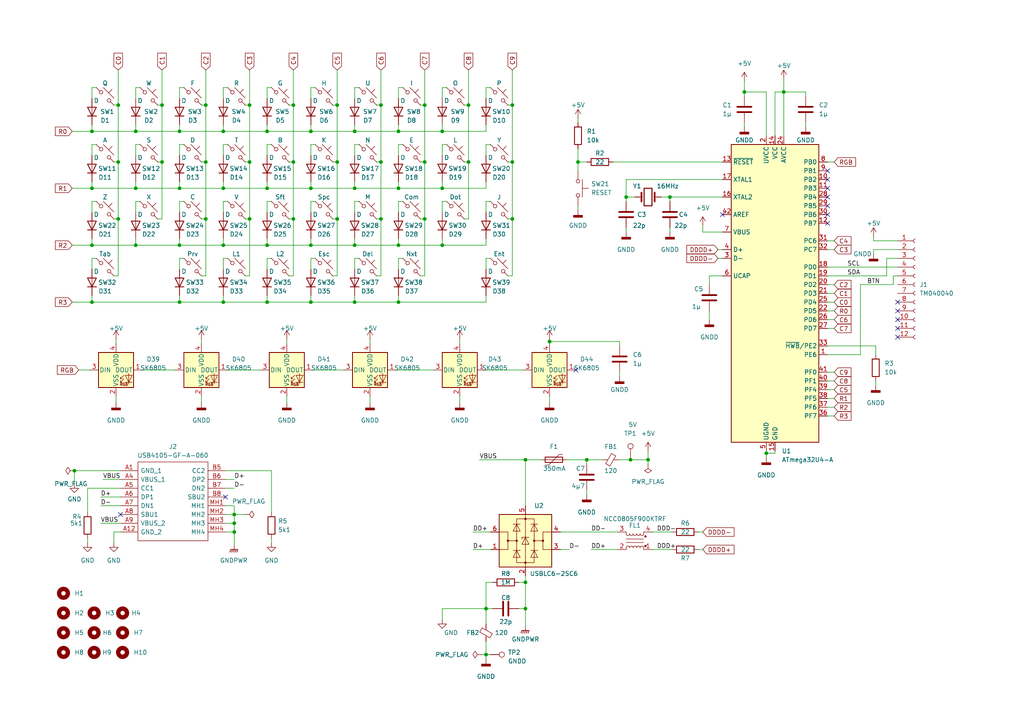
<source format=kicad_sch>
(kicad_sch (version 20230121) (generator eeschema)
  (paper "A4")
  (junction (at 152.4 133.35))
  (junction (at 39.37 54.61))
  (junction (at 26.67 38.1))
  (junction (at 97.79 30.48))
  (junction (at 21.59 136.525))
  (junction (at 135.89 30.48))
  (junction (at 102.87 54.61))
  (junction (at 77.47 87.63))
  (junction (at 67.945 154.305))
  (junction (at 170.18 133.35))
  (junction (at 102.87 87.63))
  (junction (at 102.87 71.12))
  (junction (at 64.77 87.63))
  (junction (at 123.19 46.99))
  (junction (at 39.37 38.1))
  (junction (at 115.57 71.12))
  (junction (at 123.19 30.48))
  (junction (at 115.57 87.63))
  (junction (at 52.07 71.12))
  (junction (at 85.09 63.5))
  (junction (at 115.57 38.1))
  (junction (at 148.59 46.99))
  (junction (at 67.945 149.225))
  (junction (at 140.97 176.53))
  (junction (at 85.09 30.48))
  (junction (at 59.69 63.5))
  (junction (at 77.47 71.12))
  (junction (at 135.89 46.99))
  (junction (at 52.07 38.1))
  (junction (at 97.79 46.99))
  (junction (at 167.64 46.99))
  (junction (at 215.9 26.67))
  (junction (at 110.49 30.48))
  (junction (at 46.99 30.48))
  (junction (at 123.19 63.5))
  (junction (at 52.07 54.61))
  (junction (at 110.49 46.99))
  (junction (at 128.27 54.61))
  (junction (at 77.47 38.1))
  (junction (at 90.17 71.12))
  (junction (at 182.88 133.35))
  (junction (at 72.39 30.48))
  (junction (at 59.69 30.48))
  (junction (at 64.77 71.12))
  (junction (at 152.4 168.91))
  (junction (at 72.39 46.99))
  (junction (at 159.385 99.06))
  (junction (at 102.87 38.1))
  (junction (at 90.17 38.1))
  (junction (at 72.39 63.5))
  (junction (at 26.67 71.12))
  (junction (at 152.4 176.53))
  (junction (at 64.77 54.61))
  (junction (at 222.25 131.445))
  (junction (at 26.67 87.63))
  (junction (at 181.61 57.15))
  (junction (at 110.49 63.5))
  (junction (at 115.57 54.61))
  (junction (at 194.31 57.15))
  (junction (at 90.17 87.63))
  (junction (at 97.79 63.5))
  (junction (at 59.69 46.99))
  (junction (at 34.29 46.99))
  (junction (at 34.29 30.48))
  (junction (at 85.09 46.99))
  (junction (at 64.77 38.1))
  (junction (at 52.07 87.63))
  (junction (at 148.59 30.48))
  (junction (at 34.29 63.5))
  (junction (at 187.96 133.35))
  (junction (at 77.47 54.61))
  (junction (at 46.99 46.99))
  (junction (at 128.27 71.12))
  (junction (at 26.67 54.61))
  (junction (at 227.33 26.67))
  (junction (at 67.945 151.765))
  (junction (at 140.97 189.865))
  (junction (at 90.17 54.61))
  (junction (at 39.37 71.12))
  (junction (at 128.27 38.1))
  (junction (at 148.59 63.5))
  (no_connect (at 260.35 95.25))
  (no_connect (at 240.03 64.77))
  (no_connect (at 260.35 87.63))
  (no_connect (at 34.925 149.225))
  (no_connect (at 209.55 62.23))
  (no_connect (at 240.03 52.07))
  (no_connect (at 240.03 57.15))
  (no_connect (at 65.405 144.145))
  (no_connect (at 260.35 97.79))
  (no_connect (at 167.005 107.315))
  (no_connect (at 260.35 92.71))
  (no_connect (at 240.03 59.69))
  (no_connect (at 260.35 90.17))
  (no_connect (at 240.03 62.23))
  (no_connect (at 240.03 49.53))
  (no_connect (at 240.03 54.61))
  (wire (pts (xy 222.25 131.445) (xy 224.79 131.445)))
  (wire (pts (xy 58.42 46.99) (xy 59.69 46.99)))
  (wire (pts (xy 167.64 46.99) (xy 170.18 46.99)))
  (wire (pts (xy 205.74 82.55) (xy 205.74 80.01)))
  (wire (pts (xy 159.385 114.935) (xy 159.385 116.84)))
  (wire (pts (xy 208.28 74.93) (xy 209.55 74.93)))
  (wire (pts (xy 102.87 58.42) (xy 102.87 61.595)))
  (wire (pts (xy 162.56 159.385) (xy 165.1 159.385)))
  (wire (pts (xy 147.32 63.5) (xy 148.59 63.5)))
  (wire (pts (xy 140.97 176.53) (xy 142.875 176.53)))
  (wire (pts (xy 128.27 54.61) (xy 140.97 54.61)))
  (wire (pts (xy 222.25 26.67) (xy 222.25 39.37)))
  (wire (pts (xy 179.705 99.06) (xy 159.385 99.06)))
  (wire (pts (xy 121.92 63.5) (xy 123.19 63.5)))
  (wire (pts (xy 215.9 23.495) (xy 215.9 26.67)))
  (wire (pts (xy 240.03 90.17) (xy 241.935 90.17)))
  (wire (pts (xy 26.67 36.195) (xy 26.67 38.1)))
  (wire (pts (xy 240.03 80.01) (xy 257.175 80.01)))
  (wire (pts (xy 147.32 80.01) (xy 148.59 80.01)))
  (wire (pts (xy 140.97 186.055) (xy 140.97 189.865)))
  (wire (pts (xy 222.25 130.81) (xy 222.25 131.445)))
  (wire (pts (xy 66.04 41.91) (xy 64.77 41.91)))
  (wire (pts (xy 140.97 176.53) (xy 140.97 180.975)))
  (wire (pts (xy 53.34 41.91) (xy 52.07 41.91)))
  (wire (pts (xy 115.57 69.215) (xy 115.57 71.12)))
  (wire (pts (xy 115.57 58.42) (xy 115.57 61.595)))
  (wire (pts (xy 240.03 113.03) (xy 241.935 113.03)))
  (wire (pts (xy 77.47 85.725) (xy 77.47 87.63)))
  (wire (pts (xy 227.33 22.86) (xy 227.33 26.67)))
  (wire (pts (xy 40.64 25.4) (xy 39.37 25.4)))
  (wire (pts (xy 85.09 46.99) (xy 85.09 63.5)))
  (wire (pts (xy 52.07 38.1) (xy 64.77 38.1)))
  (wire (pts (xy 91.44 58.42) (xy 90.17 58.42)))
  (wire (pts (xy 102.87 74.93) (xy 102.87 78.105)))
  (wire (pts (xy 78.74 156.21) (xy 78.74 157.48)))
  (wire (pts (xy 20.955 54.61) (xy 26.67 54.61)))
  (wire (pts (xy 21.59 136.525) (xy 34.925 136.525)))
  (wire (pts (xy 253.365 73.66) (xy 253.365 72.39)))
  (wire (pts (xy 102.87 25.4) (xy 102.87 28.575)))
  (wire (pts (xy 85.09 63.5) (xy 85.09 80.01)))
  (wire (pts (xy 90.17 54.61) (xy 102.87 54.61)))
  (wire (pts (xy 115.57 36.195) (xy 115.57 38.1)))
  (wire (pts (xy 128.27 52.705) (xy 128.27 54.61)))
  (wire (pts (xy 29.21 151.765) (xy 34.925 151.765)))
  (wire (pts (xy 33.02 157.48) (xy 33.02 154.305)))
  (wire (pts (xy 110.49 20.32) (xy 110.49 30.48)))
  (wire (pts (xy 77.47 41.91) (xy 77.47 45.085)))
  (wire (pts (xy 102.87 36.195) (xy 102.87 38.1)))
  (wire (pts (xy 58.42 114.935) (xy 58.42 116.84)))
  (wire (pts (xy 40.64 41.91) (xy 39.37 41.91)))
  (wire (pts (xy 121.92 30.48) (xy 123.19 30.48)))
  (wire (pts (xy 109.22 80.01) (xy 110.49 80.01)))
  (wire (pts (xy 159.385 99.06) (xy 159.385 99.695)))
  (wire (pts (xy 116.84 74.93) (xy 115.57 74.93)))
  (wire (pts (xy 240.03 46.99) (xy 241.935 46.99)))
  (wire (pts (xy 33.02 80.01) (xy 34.29 80.01)))
  (wire (pts (xy 240.03 100.33) (xy 254 100.33)))
  (wire (pts (xy 150.495 168.91) (xy 152.4 168.91)))
  (wire (pts (xy 128.27 36.195) (xy 128.27 38.1)))
  (wire (pts (xy 147.32 46.99) (xy 148.59 46.99)))
  (wire (pts (xy 39.37 38.1) (xy 52.07 38.1)))
  (wire (pts (xy 179.705 133.35) (xy 182.88 133.35)))
  (wire (pts (xy 64.77 52.705) (xy 64.77 54.61)))
  (wire (pts (xy 52.07 87.63) (xy 64.77 87.63)))
  (wire (pts (xy 77.47 87.63) (xy 90.17 87.63)))
  (wire (pts (xy 123.19 20.32) (xy 123.19 30.48)))
  (wire (pts (xy 96.52 46.99) (xy 97.79 46.99)))
  (wire (pts (xy 65.405 136.525) (xy 78.74 136.525)))
  (wire (pts (xy 67.945 146.685) (xy 67.945 149.225)))
  (wire (pts (xy 116.84 25.4) (xy 115.57 25.4)))
  (wire (pts (xy 39.37 25.4) (xy 39.37 28.575)))
  (wire (pts (xy 90.17 74.93) (xy 90.17 78.105)))
  (wire (pts (xy 140.97 69.215) (xy 140.97 71.12)))
  (wire (pts (xy 90.17 58.42) (xy 90.17 61.595)))
  (wire (pts (xy 65.405 151.765) (xy 67.945 151.765)))
  (wire (pts (xy 27.94 74.93) (xy 26.67 74.93)))
  (wire (pts (xy 25.4 148.59) (xy 25.4 141.605)))
  (wire (pts (xy 77.47 38.1) (xy 90.17 38.1)))
  (wire (pts (xy 224.79 130.81) (xy 224.79 131.445)))
  (wire (pts (xy 215.9 35.56) (xy 215.9 36.83)))
  (wire (pts (xy 64.77 85.725) (xy 64.77 87.63)))
  (wire (pts (xy 39.37 36.195) (xy 39.37 38.1)))
  (wire (pts (xy 45.72 63.5) (xy 46.99 63.5)))
  (wire (pts (xy 64.77 38.1) (xy 77.47 38.1)))
  (wire (pts (xy 259.08 82.55) (xy 259.08 80.01)))
  (wire (pts (xy 67.945 158.115) (xy 67.945 154.305)))
  (wire (pts (xy 240.03 120.65) (xy 241.935 120.65)))
  (wire (pts (xy 102.87 52.705) (xy 102.87 54.61)))
  (wire (pts (xy 78.74 25.4) (xy 77.47 25.4)))
  (wire (pts (xy 39.37 54.61) (xy 52.07 54.61)))
  (wire (pts (xy 115.57 87.63) (xy 140.97 87.63)))
  (wire (pts (xy 58.42 80.01) (xy 59.69 80.01)))
  (wire (pts (xy 140.97 36.195) (xy 140.97 38.1)))
  (wire (pts (xy 59.69 46.99) (xy 59.69 63.5)))
  (wire (pts (xy 137.16 154.305) (xy 142.24 154.305)))
  (wire (pts (xy 91.44 74.93) (xy 90.17 74.93)))
  (wire (pts (xy 26.67 87.63) (xy 52.07 87.63)))
  (wire (pts (xy 137.16 159.385) (xy 142.24 159.385)))
  (wire (pts (xy 33.02 46.99) (xy 34.29 46.99)))
  (wire (pts (xy 140.97 52.705) (xy 140.97 54.61)))
  (wire (pts (xy 254 100.33) (xy 254 102.87)))
  (wire (pts (xy 140.97 189.865) (xy 142.24 189.865)))
  (wire (pts (xy 253.365 72.39) (xy 260.35 72.39)))
  (wire (pts (xy 240.03 95.25) (xy 241.935 95.25)))
  (wire (pts (xy 26.67 54.61) (xy 39.37 54.61)))
  (wire (pts (xy 123.19 30.48) (xy 123.19 46.99)))
  (wire (pts (xy 39.37 69.215) (xy 39.37 71.12)))
  (wire (pts (xy 203.835 65.405) (xy 203.835 67.31)))
  (wire (pts (xy 52.07 85.725) (xy 52.07 87.63)))
  (wire (pts (xy 58.42 98.425) (xy 58.42 99.695)))
  (wire (pts (xy 208.28 72.39) (xy 209.55 72.39)))
  (wire (pts (xy 52.07 41.91) (xy 52.07 45.085)))
  (wire (pts (xy 64.77 58.42) (xy 64.77 61.595)))
  (wire (pts (xy 115.57 71.12) (xy 128.27 71.12)))
  (wire (pts (xy 64.77 69.215) (xy 64.77 71.12)))
  (wire (pts (xy 39.37 52.705) (xy 39.37 54.61)))
  (wire (pts (xy 109.22 46.99) (xy 110.49 46.99)))
  (wire (pts (xy 71.12 46.99) (xy 72.39 46.99)))
  (wire (pts (xy 148.59 30.48) (xy 148.59 46.99)))
  (wire (pts (xy 102.87 85.725) (xy 102.87 87.63)))
  (wire (pts (xy 25.4 141.605) (xy 34.925 141.605)))
  (wire (pts (xy 53.34 58.42) (xy 52.07 58.42)))
  (wire (pts (xy 52.07 69.215) (xy 52.07 71.12)))
  (wire (pts (xy 148.59 20.32) (xy 148.59 30.48)))
  (wire (pts (xy 148.59 63.5) (xy 148.59 80.01)))
  (wire (pts (xy 171.45 159.385) (xy 179.07 159.385)))
  (wire (pts (xy 147.32 30.48) (xy 148.59 30.48)))
  (wire (pts (xy 222.25 131.445) (xy 222.25 132.715)))
  (wire (pts (xy 90.17 38.1) (xy 102.87 38.1)))
  (wire (pts (xy 123.19 63.5) (xy 123.19 80.01)))
  (wire (pts (xy 66.04 25.4) (xy 64.77 25.4)))
  (wire (pts (xy 115.57 41.91) (xy 115.57 45.085)))
  (wire (pts (xy 189.23 159.385) (xy 194.945 159.385)))
  (wire (pts (xy 152.4 133.35) (xy 156.845 133.35)))
  (wire (pts (xy 96.52 63.5) (xy 97.79 63.5)))
  (wire (pts (xy 202.565 159.385) (xy 203.835 159.385)))
  (wire (pts (xy 29.21 146.685) (xy 34.925 146.685)))
  (wire (pts (xy 115.57 85.725) (xy 115.57 87.63)))
  (wire (pts (xy 202.565 154.305) (xy 203.835 154.305)))
  (wire (pts (xy 77.47 71.12) (xy 90.17 71.12)))
  (wire (pts (xy 65.405 146.685) (xy 67.945 146.685)))
  (wire (pts (xy 140.97 74.93) (xy 140.97 78.105)))
  (wire (pts (xy 240.03 118.11) (xy 241.935 118.11)))
  (wire (pts (xy 115.57 74.93) (xy 115.57 78.105)))
  (wire (pts (xy 52.07 52.705) (xy 52.07 54.61)))
  (wire (pts (xy 26.67 25.4) (xy 26.67 28.575)))
  (wire (pts (xy 67.945 149.225) (xy 71.12 149.225)))
  (wire (pts (xy 184.15 57.15) (xy 181.61 57.15)))
  (wire (pts (xy 45.72 46.99) (xy 46.99 46.99)))
  (wire (pts (xy 52.07 74.93) (xy 52.07 78.105)))
  (wire (pts (xy 134.62 30.48) (xy 135.89 30.48)))
  (wire (pts (xy 20.955 38.1) (xy 26.67 38.1)))
  (wire (pts (xy 85.09 20.32) (xy 85.09 30.48)))
  (wire (pts (xy 90.17 71.12) (xy 102.87 71.12)))
  (wire (pts (xy 78.74 74.93) (xy 77.47 74.93)))
  (wire (pts (xy 90.17 25.4) (xy 90.17 28.575)))
  (wire (pts (xy 142.24 41.91) (xy 140.97 41.91)))
  (wire (pts (xy 102.87 87.63) (xy 115.57 87.63)))
  (wire (pts (xy 189.23 154.305) (xy 194.945 154.305)))
  (wire (pts (xy 39.37 71.12) (xy 52.07 71.12)))
  (wire (pts (xy 33.02 30.48) (xy 34.29 30.48)))
  (wire (pts (xy 110.49 46.99) (xy 110.49 63.5)))
  (wire (pts (xy 215.9 26.67) (xy 222.25 26.67)))
  (wire (pts (xy 170.18 142.24) (xy 170.18 143.51)))
  (wire (pts (xy 128.27 58.42) (xy 128.27 61.595)))
  (wire (pts (xy 64.77 71.12) (xy 77.47 71.12)))
  (wire (pts (xy 140.97 41.91) (xy 140.97 45.085)))
  (wire (pts (xy 148.59 46.99) (xy 148.59 63.5)))
  (wire (pts (xy 64.77 36.195) (xy 64.77 38.1)))
  (wire (pts (xy 254 110.49) (xy 254 111.76)))
  (wire (pts (xy 26.67 58.42) (xy 26.67 61.595)))
  (wire (pts (xy 59.69 30.48) (xy 59.69 46.99)))
  (wire (pts (xy 152.4 168.91) (xy 152.4 176.53)))
  (wire (pts (xy 179.705 107.95) (xy 179.705 109.22)))
  (wire (pts (xy 109.22 63.5) (xy 110.49 63.5)))
  (wire (pts (xy 52.07 36.195) (xy 52.07 38.1)))
  (wire (pts (xy 128.27 25.4) (xy 128.27 28.575)))
  (wire (pts (xy 227.33 26.67) (xy 233.68 26.67)))
  (wire (pts (xy 33.02 63.5) (xy 34.29 63.5)))
  (wire (pts (xy 39.37 41.91) (xy 39.37 45.085)))
  (wire (pts (xy 167.64 43.18) (xy 167.64 46.99)))
  (wire (pts (xy 66.04 107.315) (xy 75.565 107.315)))
  (wire (pts (xy 215.9 27.94) (xy 215.9 26.67)))
  (wire (pts (xy 249.555 82.55) (xy 259.08 82.55)))
  (wire (pts (xy 167.64 34.29) (xy 167.64 35.56)))
  (wire (pts (xy 65.405 149.225) (xy 67.945 149.225)))
  (wire (pts (xy 67.945 151.765) (xy 67.945 154.305)))
  (wire (pts (xy 152.4 167.005) (xy 152.4 168.91)))
  (wire (pts (xy 58.42 30.48) (xy 59.69 30.48)))
  (wire (pts (xy 77.47 69.215) (xy 77.47 71.12)))
  (wire (pts (xy 227.33 26.67) (xy 227.33 39.37)))
  (wire (pts (xy 162.56 154.305) (xy 179.07 154.305)))
  (wire (pts (xy 128.27 71.12) (xy 140.97 71.12)))
  (wire (pts (xy 90.17 85.725) (xy 90.17 87.63)))
  (wire (pts (xy 240.03 110.49) (xy 241.935 110.49)))
  (wire (pts (xy 164.465 133.35) (xy 170.18 133.35)))
  (wire (pts (xy 34.29 46.99) (xy 34.29 63.5)))
  (wire (pts (xy 140.97 85.725) (xy 140.97 87.63)))
  (wire (pts (xy 104.14 58.42) (xy 102.87 58.42)))
  (wire (pts (xy 115.57 38.1) (xy 128.27 38.1)))
  (wire (pts (xy 26.67 38.1) (xy 39.37 38.1)))
  (wire (pts (xy 21.59 140.335) (xy 21.59 136.525)))
  (wire (pts (xy 66.04 74.93) (xy 64.77 74.93)))
  (wire (pts (xy 159.385 98.425) (xy 159.385 99.06)))
  (wire (pts (xy 182.88 132.715) (xy 182.88 133.35)))
  (wire (pts (xy 83.185 98.425) (xy 83.185 99.695)))
  (wire (pts (xy 116.84 58.42) (xy 115.57 58.42)))
  (wire (pts (xy 71.12 30.48) (xy 72.39 30.48)))
  (wire (pts (xy 96.52 80.01) (xy 97.79 80.01)))
  (wire (pts (xy 115.57 52.705) (xy 115.57 54.61)))
  (wire (pts (xy 135.89 46.99) (xy 135.89 63.5)))
  (wire (pts (xy 142.24 25.4) (xy 140.97 25.4)))
  (wire (pts (xy 233.68 26.67) (xy 233.68 27.94)))
  (wire (pts (xy 133.35 114.935) (xy 133.35 116.84)))
  (wire (pts (xy 26.67 85.725) (xy 26.67 87.63)))
  (wire (pts (xy 33.655 98.425) (xy 33.655 99.695)))
  (wire (pts (xy 26.67 52.705) (xy 26.67 54.61)))
  (wire (pts (xy 181.61 52.07) (xy 181.61 57.15)))
  (wire (pts (xy 97.79 20.32) (xy 97.79 30.48)))
  (wire (pts (xy 104.14 74.93) (xy 102.87 74.93)))
  (wire (pts (xy 259.08 80.01) (xy 260.35 80.01)))
  (wire (pts (xy 90.17 87.63) (xy 102.87 87.63)))
  (wire (pts (xy 52.07 25.4) (xy 52.07 28.575)))
  (wire (pts (xy 102.87 54.61) (xy 115.57 54.61)))
  (wire (pts (xy 66.04 58.42) (xy 64.77 58.42)))
  (wire (pts (xy 90.17 52.705) (xy 90.17 54.61)))
  (wire (pts (xy 83.82 30.48) (xy 85.09 30.48)))
  (wire (pts (xy 194.31 58.42) (xy 194.31 57.15)))
  (wire (pts (xy 128.27 38.1) (xy 140.97 38.1)))
  (wire (pts (xy 34.29 20.32) (xy 34.29 30.48)))
  (wire (pts (xy 140.97 58.42) (xy 140.97 61.595)))
  (wire (pts (xy 110.49 63.5) (xy 110.49 80.01)))
  (wire (pts (xy 167.64 46.99) (xy 167.64 49.53)))
  (wire (pts (xy 65.405 139.065) (xy 67.945 139.065)))
  (wire (pts (xy 152.4 133.35) (xy 152.4 146.685)))
  (wire (pts (xy 72.39 46.99) (xy 72.39 63.5)))
  (wire (pts (xy 78.74 41.91) (xy 77.47 41.91)))
  (wire (pts (xy 83.82 63.5) (xy 85.09 63.5)))
  (wire (pts (xy 135.89 30.48) (xy 135.89 46.99)))
  (wire (pts (xy 26.67 41.91) (xy 26.67 45.085)))
  (wire (pts (xy 96.52 30.48) (xy 97.79 30.48)))
  (wire (pts (xy 102.87 71.12) (xy 115.57 71.12)))
  (wire (pts (xy 59.69 63.5) (xy 59.69 80.01)))
  (wire (pts (xy 83.82 80.01) (xy 85.09 80.01)))
  (wire (pts (xy 187.96 133.35) (xy 187.96 134.62)))
  (wire (pts (xy 102.87 41.91) (xy 102.87 45.085)))
  (wire (pts (xy 140.97 107.315) (xy 151.765 107.315)))
  (wire (pts (xy 26.67 71.12) (xy 39.37 71.12)))
  (wire (pts (xy 72.39 30.48) (xy 72.39 46.99)))
  (wire (pts (xy 139.065 133.35) (xy 152.4 133.35)))
  (wire (pts (xy 64.77 25.4) (xy 64.77 28.575)))
  (wire (pts (xy 77.47 74.93) (xy 77.47 78.105)))
  (wire (pts (xy 253.365 68.58) (xy 253.365 69.85)))
  (wire (pts (xy 46.99 20.32) (xy 46.99 30.48)))
  (wire (pts (xy 128.27 69.215) (xy 128.27 71.12)))
  (wire (pts (xy 77.47 36.195) (xy 77.47 38.1)))
  (wire (pts (xy 240.03 107.95) (xy 241.935 107.95)))
  (wire (pts (xy 26.67 74.93) (xy 26.67 78.105)))
  (wire (pts (xy 67.945 149.225) (xy 67.945 151.765)))
  (wire (pts (xy 58.42 63.5) (xy 59.69 63.5)))
  (wire (pts (xy 129.54 25.4) (xy 128.27 25.4)))
  (wire (pts (xy 110.49 30.48) (xy 110.49 46.99)))
  (wire (pts (xy 240.03 85.09) (xy 241.935 85.09)))
  (wire (pts (xy 77.47 52.705) (xy 77.47 54.61)))
  (wire (pts (xy 114.935 107.315) (xy 125.73 107.315)))
  (wire (pts (xy 253.365 69.85) (xy 260.35 69.85)))
  (wire (pts (xy 102.87 38.1) (xy 115.57 38.1)))
  (wire (pts (xy 240.03 87.63) (xy 241.935 87.63)))
  (wire (pts (xy 20.955 87.63) (xy 26.67 87.63)))
  (wire (pts (xy 104.14 41.91) (xy 102.87 41.91)))
  (wire (pts (xy 121.92 80.01) (xy 123.19 80.01)))
  (wire (pts (xy 33.02 154.305) (xy 34.925 154.305)))
  (wire (pts (xy 140.97 25.4) (xy 140.97 28.575)))
  (wire (pts (xy 129.54 58.42) (xy 128.27 58.42)))
  (wire (pts (xy 107.315 98.425) (xy 107.315 99.695)))
  (wire (pts (xy 194.31 67.31) (xy 194.31 66.04)))
  (wire (pts (xy 240.03 77.47) (xy 260.35 77.47)))
  (wire (pts (xy 177.8 46.99) (xy 209.55 46.99)))
  (wire (pts (xy 249.555 102.87) (xy 249.555 82.55)))
  (wire (pts (xy 240.03 72.39) (xy 241.935 72.39)))
  (wire (pts (xy 27.94 25.4) (xy 26.67 25.4)))
  (wire (pts (xy 46.99 46.99) (xy 46.99 63.5)))
  (wire (pts (xy 41.275 107.315) (xy 50.8 107.315)))
  (wire (pts (xy 85.09 30.48) (xy 85.09 46.99)))
  (wire (pts (xy 33.655 114.935) (xy 33.655 116.84)))
  (wire (pts (xy 139.7 189.865) (xy 140.97 189.865)))
  (wire (pts (xy 77.47 54.61) (xy 90.17 54.61)))
  (wire (pts (xy 34.29 63.5) (xy 34.29 80.01)))
  (wire (pts (xy 40.64 58.42) (xy 39.37 58.42)))
  (wire (pts (xy 27.94 58.42) (xy 26.67 58.42)))
  (wire (pts (xy 97.79 63.5) (xy 97.79 80.01)))
  (wire (pts (xy 240.03 92.71) (xy 241.935 92.71)))
  (wire (pts (xy 27.94 41.91) (xy 26.67 41.91)))
  (wire (pts (xy 53.34 25.4) (xy 52.07 25.4)))
  (wire (pts (xy 128.27 176.53) (xy 128.27 179.705)))
  (wire (pts (xy 133.35 98.425) (xy 133.35 99.695)))
  (wire (pts (xy 134.62 46.99) (xy 135.89 46.99)))
  (wire (pts (xy 83.185 114.935) (xy 83.185 116.84)))
  (wire (pts (xy 90.17 41.91) (xy 90.17 45.085)))
  (wire (pts (xy 224.79 39.37) (xy 224.79 26.67)))
  (wire (pts (xy 121.92 46.99) (xy 123.19 46.99)))
  (wire (pts (xy 135.89 20.32) (xy 135.89 30.48)))
  (wire (pts (xy 64.77 87.63) (xy 77.47 87.63)))
  (wire (pts (xy 205.74 80.01) (xy 209.55 80.01)))
  (wire (pts (xy 90.17 36.195) (xy 90.17 38.1)))
  (wire (pts (xy 22.86 107.315) (xy 26.035 107.315)))
  (wire (pts (xy 52.07 58.42) (xy 52.07 61.595)))
  (wire (pts (xy 59.69 20.32) (xy 59.69 30.48)))
  (wire (pts (xy 26.67 69.215) (xy 26.67 71.12)))
  (wire (pts (xy 64.77 74.93) (xy 64.77 78.105)))
  (wire (pts (xy 142.24 58.42) (xy 140.97 58.42)))
  (wire (pts (xy 203.835 67.31) (xy 209.55 67.31)))
  (wire (pts (xy 71.12 63.5) (xy 72.39 63.5)))
  (wire (pts (xy 20.955 71.12) (xy 26.67 71.12)))
  (wire (pts (xy 90.805 107.315) (xy 99.695 107.315)))
  (wire (pts (xy 29.21 144.145) (xy 34.925 144.145)))
  (wire (pts (xy 64.77 41.91) (xy 64.77 45.085)))
  (wire (pts (xy 194.31 57.15) (xy 209.55 57.15)))
  (wire (pts (xy 107.315 114.935) (xy 107.315 116.84)))
  (wire (pts (xy 240.03 69.85) (xy 241.935 69.85)))
  (wire (pts (xy 152.4 176.53) (xy 152.4 181.61)))
  (wire (pts (xy 109.22 30.48) (xy 110.49 30.48)))
  (wire (pts (xy 181.61 57.15) (xy 181.61 58.42)))
  (wire (pts (xy 71.12 80.01) (xy 72.39 80.01)))
  (wire (pts (xy 52.07 71.12) (xy 64.77 71.12)))
  (wire (pts (xy 53.34 74.93) (xy 52.07 74.93)))
  (wire (pts (xy 187.96 130.81) (xy 187.96 133.35)))
  (wire (pts (xy 97.79 46.99) (xy 97.79 63.5)))
  (wire (pts (xy 128.27 41.91) (xy 128.27 45.085)))
  (wire (pts (xy 65.405 141.605) (xy 67.945 141.605)))
  (wire (pts (xy 140.97 189.865) (xy 140.97 191.135)))
  (wire (pts (xy 123.19 46.99) (xy 123.19 63.5)))
  (wire (pts (xy 170.18 134.62) (xy 170.18 133.35)))
  (wire (pts (xy 128.27 176.53) (xy 140.97 176.53)))
  (wire (pts (xy 224.79 26.67) (xy 227.33 26.67)))
  (wire (pts (xy 45.72 30.48) (xy 46.99 30.48)))
  (wire (pts (xy 257.175 74.93) (xy 260.35 74.93)))
  (wire (pts (xy 140.97 168.91) (xy 140.97 176.53)))
  (wire (pts (xy 194.31 57.15) (xy 191.77 57.15)))
  (wire (pts (xy 233.68 35.56) (xy 233.68 36.83)))
  (wire (pts (xy 77.47 25.4) (xy 77.47 28.575)))
  (wire (pts (xy 25.4 156.21) (xy 25.4 157.48)))
  (wire (pts (xy 64.77 54.61) (xy 77.47 54.61)))
  (wire (pts (xy 102.87 69.215) (xy 102.87 71.12)))
  (wire (pts (xy 78.74 136.525) (xy 78.74 148.59)))
  (wire (pts (xy 72.39 63.5) (xy 72.39 80.01)))
  (wire (pts (xy 181.61 52.07) (xy 209.55 52.07)))
  (wire (pts (xy 97.79 30.48) (xy 97.79 46.99)))
  (wire (pts (xy 83.82 46.99) (xy 85.09 46.99)))
  (wire (pts (xy 91.44 41.91) (xy 90.17 41.91)))
  (wire (pts (xy 67.945 154.305) (xy 65.405 154.305)))
  (wire (pts (xy 181.61 66.04) (xy 181.61 67.31)))
  (wire (pts (xy 257.175 80.01) (xy 257.175 74.93)))
  (wire (pts (xy 205.74 90.17) (xy 205.74 92.71)))
  (wire (pts (xy 46.99 30.48) (xy 46.99 46.99)))
  (wire (pts (xy 29.845 139.065) (xy 34.925 139.065)))
  (wire (pts (xy 77.47 58.42) (xy 77.47 61.595)))
  (wire (pts (xy 91.44 25.4) (xy 90.17 25.4)))
  (wire (pts (xy 116.84 41.91) (xy 115.57 41.91)))
  (wire (pts (xy 140.97 168.91) (xy 142.875 168.91)))
  (wire (pts (xy 78.74 58.42) (xy 77.47 58.42)))
  (wire (pts (xy 115.57 25.4) (xy 115.57 28.575)))
  (wire (pts (xy 72.39 20.32) (xy 72.39 30.48)))
  (wire (pts (xy 129.54 41.91) (xy 128.27 41.91)))
  (wire (pts (xy 142.24 74.93) (xy 140.97 74.93)))
  (wire (pts (xy 90.17 69.215) (xy 90.17 71.12)))
  (wire (pts (xy 187.96 133.35) (xy 182.88 133.35)))
  (wire (pts (xy 115.57 54.61) (xy 128.27 54.61)))
  (wire (pts (xy 240.03 82.55) (xy 241.935 82.55)))
  (wire (pts (xy 179.705 100.33) (xy 179.705 99.06)))
  (wire (pts (xy 134.62 63.5) (xy 135.89 63.5)))
  (wire (pts (xy 150.495 176.53) (xy 152.4 176.53)))
  (wire (pts (xy 52.07 54.61) (xy 64.77 54.61)))
  (wire (pts (xy 240.03 102.87) (xy 249.555 102.87)))
  (wire (pts (xy 34.29 30.48) (xy 34.29 46.99)))
  (wire (pts (xy 240.03 115.57) (xy 241.935 115.57)))
  (wire (pts (xy 170.18 133.35) (xy 174.625 133.35)))
  (wire (pts (xy 39.37 58.42) (xy 39.37 61.595)))
  (wire (pts (xy 104.14 25.4) (xy 102.87 25.4)))
  (wire (pts (xy 167.64 60.96) (xy 167.64 59.69)))
  (label "DD+" (at 137.16 154.305 0))
  (label "D-" (at 29.21 146.685 0))
  (label "VBUS" (at 29.845 139.065 0))
  (label "BTN" (at 251.46 82.55 0))
  (label "DD-" (at 171.45 154.305 0))
  (label "VBUS" (at 29.21 151.765 0))
  (label "DDD-" (at 190.5 154.305 0))
  (label "D-" (at 165.1 159.385 0))
  (label "SDA" (at 245.745 80.01 0))
  (label "VBUS" (at 139.065 133.35 0))
  (label "D+" (at 29.21 144.145 0))
  (label "D+" (at 67.945 139.065 0))
  (label "D+" (at 137.16 159.385 0))
  (label "DDD+" (at 190.5 159.385 0))
  (label "SCL" (at 245.745 77.47 0))
  (label "D-" (at 67.945 141.605 0))
  (label "DD+" (at 171.45 159.385 0))
  (global_label "C7" (shape input) (at 241.935 95.25 0) (property "Intersheetrefs" "${INTERSHEET_REFS}" (effects hide)))
  (global_label "C5" (shape input) (at 97.79 20.32 90) (property "Intersheetrefs" "${INTERSHEET_REFS}" (effects hide)))
  (global_label "C7" (shape input) (at 123.19 20.32 90) (property "Intersheetrefs" "${INTERSHEET_REFS}" (effects hide)))
  (global_label "C8" (shape input) (at 241.935 110.49 0) (property "Intersheetrefs" "${INTERSHEET_REFS}" (effects hide)))
  (global_label "C6" (shape input) (at 110.49 20.32 90) (property "Intersheetrefs" "${INTERSHEET_REFS}" (effects hide)))
  (global_label "C6" (shape input) (at 241.935 92.71 0) (property "Intersheetrefs" "${INTERSHEET_REFS}" (effects hide)))
  (global_label "DDDD+" (shape input) (at 208.28 72.39 180) (property "Intersheetrefs" "${INTERSHEET_REFS}" (effects hide)))
  (global_label "R3" (shape input) (at 241.935 120.65 0) (property "Intersheetrefs" "${INTERSHEET_REFS}" (effects hide)))
  (global_label "DDDD-" (shape input) (at 208.28 74.93 180) (property "Intersheetrefs" "${INTERSHEET_REFS}" (effects hide)))
  (global_label "C5" (shape input) (at 241.935 113.03 0) (property "Intersheetrefs" "${INTERSHEET_REFS}" (effects hide)))
  (global_label "RGB" (shape input) (at 241.935 46.99 0) (property "Intersheetrefs" "${INTERSHEET_REFS}" (effects hide)))
  (global_label "R3" (shape input) (at 20.955 87.63 180) (property "Intersheetrefs" "${INTERSHEET_REFS}" (effects hide)))
  (global_label "C0" (shape input) (at 34.29 20.32 90) (property "Intersheetrefs" "${INTERSHEET_REFS}" (effects hide)))
  (global_label "R0" (shape input) (at 241.935 90.17 0) (property "Intersheetrefs" "${INTERSHEET_REFS}" (effects hide)))
  (global_label "C3" (shape input) (at 241.935 72.39 0) (property "Intersheetrefs" "${INTERSHEET_REFS}" (effects hide)))
  (global_label "R1" (shape input) (at 241.935 115.57 0) (property "Intersheetrefs" "${INTERSHEET_REFS}" (effects hide)))
  (global_label "C9" (shape input) (at 148.59 20.32 90) (property "Intersheetrefs" "${INTERSHEET_REFS}" (effects hide)))
  (global_label "R0" (shape input) (at 20.955 38.1 180) (property "Intersheetrefs" "${INTERSHEET_REFS}" (effects hide)))
  (global_label "C9" (shape input) (at 241.935 107.95 0) (property "Intersheetrefs" "${INTERSHEET_REFS}" (effects hide)))
  (global_label "RGB" (shape input) (at 22.86 107.315 180) (property "Intersheetrefs" "${INTERSHEET_REFS}" (effects hide)))
  (global_label "C4" (shape input) (at 241.935 69.85 0) (property "Intersheetrefs" "${INTERSHEET_REFS}" (effects hide)))
  (global_label "C2" (shape input) (at 241.935 82.55 0) (property "Intersheetrefs" "${INTERSHEET_REFS}" (effects hide)))
  (global_label "DDDD-" (shape input) (at 203.835 154.305 0) (property "Intersheetrefs" "${INTERSHEET_REFS}" (effects hide)))
  (global_label "C1" (shape input) (at 241.935 85.09 0) (property "Intersheetrefs" "${INTERSHEET_REFS}" (effects hide)))
  (global_label "C0" (shape input) (at 241.935 87.63 0) (property "Intersheetrefs" "${INTERSHEET_REFS}" (effects hide)))
  (global_label "R1" (shape input) (at 20.955 54.61 180) (property "Intersheetrefs" "${INTERSHEET_REFS}" (effects hide)))
  (global_label "C4" (shape input) (at 85.09 20.32 90) (property "Intersheetrefs" "${INTERSHEET_REFS}" (effects hide)))
  (global_label "C8" (shape input) (at 135.89 20.32 90) (property "Intersheetrefs" "${INTERSHEET_REFS}" (effects hide)))
  (global_label "C1" (shape input) (at 46.99 20.32 90) (property "Intersheetrefs" "${INTERSHEET_REFS}" (effects hide)))
  (global_label "C2" (shape input) (at 59.69 20.32 90) (property "Intersheetrefs" "${INTERSHEET_REFS}" (effects hide)))
  (global_label "DDDD+" (shape input) (at 203.835 159.385 0) (property "Intersheetrefs" "${INTERSHEET_REFS}" (effects hide)))
  (global_label "R2" (shape input) (at 241.935 118.11 0) (property "Intersheetrefs" "${INTERSHEET_REFS}" (effects hide)))
  (global_label "C3" (shape input) (at 72.39 20.32 90) (property "Intersheetrefs" "${INTERSHEET_REFS}" (effects hide)))
  (global_label "R2" (shape input) (at 20.955 71.12 180) (property "Intersheetrefs" "${INTERSHEET_REFS}" (effects hide)))
  (symbol (lib_id "Device:C") (at 146.685 176.53 90) (unit 1)
    (property "Reference" "C8" (at 146.685 173.355 90))
    (property "Value" "22p" (at 146.685 180.34 90))
    (property "Footprint" "Capacitor_SMD:C_0805_2012Metric_Pad1.18x1.45mm_HandSolder" (effects hide))
  )
  (symbol (lib_id "Device:D") (at 102.87 65.405 90) (unit 1)
    (property "Reference" "D27" (at 106.68 67.945 90))
    (property "Value" "D" (at 104.14 62.23 90))
    (property "Footprint" "Diode_SMD:D_0805_2012Metric_Pad1.15x1.40mm_HandSolder" (effects hide))
    (property "Sim.Device" "D" (effects hide))
    (property "Sim.Pins" "1=K 2=A" (effects hide))
  )
  (symbol (lib_id "Device:D") (at 52.07 32.385 90) (unit 1)
    (property "Reference" "D3" (at 55.88 34.925 90))
    (property "Value" "D" (at 53.34 29.21 90))
    (property "Footprint" "Diode_SMD:D_0805_2012Metric_Pad1.15x1.40mm_HandSolder" (effects hide))
    (property "Sim.Device" "D" (effects hide))
    (property "Sim.Pins" "1=K 2=A" (effects hide))
  )
  (symbol (lib_id "Switch:SW_Push_45deg") (at 68.58 44.45 0) (unit 1)
    (property "Reference" "SW14" (at 69.215 48.895 0))
    (property "Value" "T" (at 68.58 40.64 0))
    (property "Footprint" "mech-kbd:MX-Hotswap-1U" (effects hide))
  )
  (symbol (lib_id "Mechanical:MountingHole") (at 35.56 183.515 0) (unit 1)
    (property "Reference" "H7" (at 38.735 183.5149 0) (effects (justify left)))
    (property "Value" "MountingHole" (effects hide))
    (property "Footprint" "MountingHole:MountingHole_3.2mm_M3" (effects hide))
  )
  (symbol (lib_id "Mechanical:MountingHole") (at 27.305 189.23 0) (unit 1)
    (property "Reference" "H9" (at 32.385 189.23 0) (effects (justify right)))
    (property "Value" "MountingHole" (effects hide))
    (property "Footprint" "MountingHole:MountingHole_3.2mm_M3" (effects hide))
  )
  (symbol (lib_id "Mechanical:MountingHole") (at 18.415 183.515 0) (unit 1)
    (property "Reference" "H5" (at 21.59 183.5149 0) (effects (justify left)))
    (property "Value" "MountingHole" (effects hide))
    (property "Footprint" "MountingHole:MountingHole_3.2mm_M3" (effects hide))
  )
  (symbol (lib_id "Connector:TestPoint") (at 182.88 132.715 0) (unit 1)
    (property "Reference" "TP1" (at 180.975 125.73 0) (effects (justify left)))
    (property "Value" "5V" (at 182.245 123.19 0) (effects (justify left)))
    (property "Footprint" "TestPoint:TestPoint_Pad_1.0x1.0mm" (effects hide))
  )
  (symbol (lib_id "power:+5V") (at 107.315 98.425 0) (unit 1)
    (property "Reference" "#PWR016" (effects hide))
    (property "Value" "+5V" (at 107.315 95.25 0))
  )
  (symbol (lib_id "Device:D") (at 90.17 32.385 90) (unit 1)
    (property "Reference" "D6" (at 93.98 34.925 90))
    (property "Value" "D" (at 91.44 29.21 90))
    (property "Footprint" "Diode_SMD:D_0805_2012Metric_Pad1.15x1.40mm_HandSolder" (effects hide))
    (property "Sim.Device" "D" (effects hide))
    (property "Sim.Pins" "1=K 2=A" (effects hide))
  )
  (symbol (lib_id "Switch:SW_Push_45deg") (at 43.18 44.45 0) (unit 1)
    (property "Reference" "SW12" (at 43.815 48.895 0))
    (property "Value" "S" (at 43.18 40.64 0))
    (property "Footprint" "mech-kbd:MX-Hotswap-1U" (effects hide))
  )
  (symbol (lib_id "power:GNDD") (at 254 111.76 0) (unit 1)
    (property "Reference" "#PWR019" (effects hide))
    (property "Value" "GNDD" (at 254 116.84 0))
  )
  (symbol (lib_id "Device:D") (at 26.67 81.915 90) (unit 1)
    (property "Reference" "D31" (at 30.48 84.455 90))
    (property "Value" "D" (at 27.94 78.74 90))
    (property "Footprint" "Diode_SMD:D_0805_2012Metric_Pad1.15x1.40mm_HandSolder" (effects hide))
    (property "Sim.Device" "D" (effects hide))
    (property "Sim.Pins" "1=K 2=A" (effects hide))
  )
  (symbol (lib_id "Switch:SW_Push_45deg") (at 55.88 44.45 0) (unit 1)
    (property "Reference" "SW13" (at 56.515 48.895 0))
    (property "Value" "D" (at 55.88 40.64 0))
    (property "Footprint" "mech-kbd:MX-Hotswap-1U" (effects hide))
  )
  (symbol (lib_id "Mechanical:MountingHole") (at 35.56 177.8 0) (unit 1)
    (property "Reference" "H4" (at 38.1 177.7999 0) (effects (justify left)))
    (property "Value" "MountingHole" (effects hide))
    (property "Footprint" "MountingHole:MountingHole_3.2mm_M3" (effects hide))
  )
  (symbol (lib_id "power:GND") (at 25.4 157.48 0) (unit 1)
    (property "Reference" "#PWR029" (effects hide))
    (property "Value" "GND" (at 25.4 162.56 0))
  )
  (symbol (lib_id "Device:C") (at 194.31 62.23 0) (unit 1)
    (property "Reference" "C4" (at 196.85 62.23 0) (effects (justify left)))
    (property "Value" "22p" (at 195.58 65.405 0) (effects (justify left)))
    (property "Footprint" "Capacitor_SMD:C_0805_2012Metric_Pad1.18x1.45mm_HandSolder" (effects hide))
  )
  (symbol (lib_id "Mechanical:MountingHole") (at 18.415 189.23 0) (unit 1)
    (property "Reference" "H8" (at 21.59 189.2299 0) (effects (justify left)))
    (property "Value" "MountingHole" (effects hide))
    (property "Footprint" "MountingHole:MountingHole_3.2mm_M3" (effects hide))
  )
  (symbol (lib_id "Device:R") (at 146.685 168.91 90) (unit 1)
    (property "Reference" "R8" (at 146.685 166.37 90))
    (property "Value" "1M" (at 146.685 168.91 90))
    (property "Footprint" "Resistor_SMD:R_0805_2012Metric_Pad1.20x1.40mm_HandSolder" (effects hide))
  )
  (symbol (lib_id "Device:D") (at 128.27 48.895 90) (unit 1)
    (property "Reference" "D19" (at 132.08 51.435 90))
    (property "Value" "D" (at 129.54 45.72 90))
    (property "Footprint" "Diode_SMD:D_0805_2012Metric_Pad1.15x1.40mm_HandSolder" (effects hide))
    (property "Sim.Device" "D" (effects hide))
    (property "Sim.Pins" "1=K 2=A" (effects hide))
  )
  (symbol (lib_id "mech-kbd:Filter_EMI_CommonMode") (at 184.15 156.845 180) (unit 1)
    (property "Reference" "FL1" (at 184.15 152.4 0))
    (property "Value" "NCC0805F900KTRF" (at 184.15 150.495 0))
    (property "Footprint" "Inductor_SMD:L_CommonModeChoke_Coilcraft_0805USB" (effects hide))
  )
  (symbol (lib_id "Switch:SW_Push_45deg") (at 43.18 27.94 0) (unit 1)
    (property "Reference" "SW2" (at 43.815 32.385 0))
    (property "Value" "W" (at 43.18 24.13 0))
    (property "Footprint" "mech-kbd:MX-Hotswap-1U" (effects hide))
  )
  (symbol (lib_id "Switch:SW_Push_45deg") (at 144.78 44.45 0) (unit 1)
    (property "Reference" "SW20" (at 145.415 48.895 0))
    (property "Value" "Y" (at 144.78 40.64 0))
    (property "Footprint" "mech-kbd:MX-Hotswap-1U" (effects hide))
  )
  (symbol (lib_id "Device:D") (at 77.47 81.915 90) (unit 1)
    (property "Reference" "D34" (at 81.28 84.455 90))
    (property "Value" "D" (at 78.74 78.74 90))
    (property "Footprint" "Diode_SMD:D_0805_2012Metric_Pad1.15x1.40mm_HandSolder" (effects hide))
    (property "Sim.Device" "D" (effects hide))
    (property "Sim.Pins" "1=K 2=A" (effects hide))
  )
  (symbol (lib_id "Device:D") (at 102.87 32.385 90) (unit 1)
    (property "Reference" "D7" (at 106.68 34.925 90))
    (property "Value" "D" (at 104.14 29.21 90))
    (property "Footprint" "Diode_SMD:D_0805_2012Metric_Pad1.15x1.40mm_HandSolder" (effects hide))
    (property "Sim.Device" "D" (effects hide))
    (property "Sim.Pins" "1=K 2=A" (effects hide))
  )
  (symbol (lib_id "Device:Polyfuse") (at 160.655 133.35 90) (unit 1)
    (property "Reference" "F1" (at 159.385 129.54 90) (effects (justify right)))
    (property "Value" "350mA" (at 157.48 135.89 90) (effects (justify right)))
    (property "Footprint" "Resistor_SMD:R_1210_3225Metric_Pad1.30x2.65mm_HandSolder" (effects hide))
  )
  (symbol (lib_id "LED:SK6805") (at 58.42 107.315 0) (unit 1)
    (property "Reference" "D40" (at 69.215 104.1909 0))
    (property "Value" "SK6805" (at 69.215 106.7309 0))
    (property "Footprint" "LED_SMD:LED_SK6805_PLCC4_2.4x2.7mm_P1.3mm" (effects hide))
    (property "Datasheet" "https://cdn-shop.adafruit.com/product-files/3484/3484_Datasheet.pdf" (effects hide))
  )
  (symbol (lib_id "power:GND") (at 78.74 157.48 0) (unit 1)
    (property "Reference" "#PWR031" (effects hide))
    (property "Value" "GND" (at 78.74 162.56 0))
  )
  (symbol (lib_id "Device:D") (at 128.27 65.405 90) (unit 1)
    (property "Reference" "D29" (at 132.08 67.945 90))
    (property "Value" "D" (at 129.54 62.23 90))
    (property "Footprint" "Diode_SMD:D_0805_2012Metric_Pad1.15x1.40mm_HandSolder" (effects hide))
    (property "Sim.Device" "D" (effects hide))
    (property "Sim.Pins" "1=K 2=A" (effects hide))
  )
  (symbol (lib_id "Device:D") (at 90.17 65.405 90) (unit 1)
    (property "Reference" "D26" (at 93.98 67.945 90))
    (property "Value" "D" (at 91.44 62.23 90))
    (property "Footprint" "Diode_SMD:D_0805_2012Metric_Pad1.15x1.40mm_HandSolder" (effects hide))
    (property "Sim.Device" "D" (effects hide))
    (property "Sim.Pins" "1=K 2=A" (effects hide))
  )
  (symbol (lib_id "Switch:SW_Push_45deg") (at 43.18 60.96 0) (unit 1)
    (property "Reference" "SW23" (at 43.815 65.405 0))
    (property "Value" "X" (at 43.18 57.15 0))
    (property "Footprint" "mech-kbd:MX-Hotswap-1U" (effects hide))
  )
  (symbol (lib_id "power:+5V") (at 159.385 98.425 0) (unit 1)
    (property "Reference" "#PWR017" (effects hide))
    (property "Value" "+5V" (at 159.385 95.25 0))
  )
  (symbol (lib_id "power:GNDD") (at 233.68 36.83 0) (unit 1)
    (property "Reference" "#PWR05" (effects hide))
    (property "Value" "GNDD" (at 233.68 40.64 0))
  )
  (symbol (lib_id "Device:C") (at 181.61 62.23 0) (unit 1)
    (property "Reference" "C3" (at 184.785 62.23 0) (effects (justify left)))
    (property "Value" "22p" (at 183.515 65.405 0) (effects (justify left)))
    (property "Footprint" "Capacitor_SMD:C_0805_2012Metric_Pad1.18x1.45mm_HandSolder" (effects hide))
  )
  (symbol (lib_id "Switch:SW_Push_45deg") (at 81.28 60.96 0) (unit 1)
    (property "Reference" "SW26" (at 81.915 65.405 0))
    (property "Value" "Sft" (at 81.28 57.15 0))
    (property "Footprint" "mech-kbd:MX-Hotswap-1.5U" (effects hide))
  )
  (symbol (lib_id "power:GNDD") (at 167.64 60.96 0) (unit 1)
    (property "Reference" "#PWR06" (effects hide))
    (property "Value" "GNDD" (at 167.64 65.405 0))
  )
  (symbol (lib_id "Switch:SW_Push_45deg") (at 55.88 77.47 0) (unit 1)
    (property "Reference" "SW33" (at 56.515 81.915 0))
    (property "Value" "Prv" (at 55.88 73.66 0))
    (property "Footprint" "mech-kbd:MX-Hotswap-1.5U" (effects hide))
  )
  (symbol (lib_id "Switch:SW_Push_45deg") (at 106.68 27.94 0) (unit 1)
    (property "Reference" "SW7" (at 107.315 32.385 0))
    (property "Value" "U" (at 106.68 24.13 0))
    (property "Footprint" "mech-kbd:MX-Hotswap-1U" (effects hide))
  )
  (symbol (lib_id "Device:R") (at 173.99 46.99 90) (unit 1)
    (property "Reference" "R2" (at 173.99 44.45 90))
    (property "Value" "22" (at 173.99 46.99 90))
    (property "Footprint" "Resistor_SMD:R_0805_2012Metric_Pad1.20x1.40mm_HandSolder" (effects hide))
  )
  (symbol (lib_id "Device:D") (at 26.67 65.405 90) (unit 1)
    (property "Reference" "D21" (at 30.48 67.945 90))
    (property "Value" "D" (at 27.94 62.23 90))
    (property "Footprint" "Diode_SMD:D_0805_2012Metric_Pad1.15x1.40mm_HandSolder" (effects hide))
    (property "Sim.Device" "D" (effects hide))
    (property "Sim.Pins" "1=K 2=A" (effects hide))
  )
  (symbol (lib_id "power:PWR_FLAG") (at 139.7 189.865 90) (unit 1)
    (property "Reference" "#FLG03" (effects hide))
    (property "Value" "PWR_FLAG" (at 135.89 189.8649 90) (effects (justify left)))
  )
  (symbol (lib_id "Device:D") (at 64.77 81.915 90) (unit 1)
    (property "Reference" "D33" (at 68.58 84.455 90))
    (property "Value" "D" (at 66.04 78.74 90))
    (property "Footprint" "Diode_SMD:D_0805_2012Metric_Pad1.15x1.40mm_HandSolder" (effects hide))
    (property "Sim.Device" "D" (effects hide))
    (property "Sim.Pins" "1=K 2=A" (effects hide))
  )
  (symbol (lib_id "Switch:SW_Push_45deg") (at 55.88 27.94 0) (unit 1)
    (property "Reference" "SW3" (at 56.515 32.385 0))
    (property "Value" "F" (at 55.88 24.13 0))
    (property "Footprint" "mech-kbd:MX-Hotswap-1U" (effects hide))
  )
  (symbol (lib_id "Switch:SW_Push_45deg") (at 144.78 27.94 0) (unit 1)
    (property "Reference" "SW10" (at 145.415 32.385 0))
    (property "Value" "P" (at 144.78 24.13 0))
    (property "Footprint" "mech-kbd:MX-Hotswap-1U" (effects hide))
  )
  (symbol (lib_id "Device:FerriteBead_Small") (at 140.97 183.515 180) (unit 1)
    (property "Reference" "FB2" (at 135.255 183.515 0) (effects (justify right)))
    (property "Value" "120" (at 143.51 183.515 0) (effects (justify right)))
    (property "Footprint" "Resistor_SMD:R_0805_2012Metric_Pad1.20x1.40mm_HandSolder" (effects hide))
  )
  (symbol (lib_id "Device:D") (at 77.47 65.405 90) (unit 1)
    (property "Reference" "D25" (at 81.28 67.945 90))
    (property "Value" "D" (at 78.74 62.23 90))
    (property "Footprint" "Diode_SMD:D_0805_2012Metric_Pad1.15x1.40mm_HandSolder" (effects hide))
    (property "Sim.Device" "D" (effects hide))
    (property "Sim.Pins" "1=K 2=A" (effects hide))
  )
  (symbol (lib_id "Switch:SW_Push_45deg") (at 106.68 60.96 0) (unit 1)
    (property "Reference" "SW28" (at 107.315 65.405 0))
    (property "Value" "M" (at 106.68 57.15 0))
    (property "Footprint" "mech-kbd:MX-Hotswap-1U" (effects hide))
  )
  (symbol (lib_id "power:+5V") (at 58.42 98.425 0) (unit 1)
    (property "Reference" "#PWR014" (effects hide))
    (property "Value" "+5V" (at 58.42 95.25 0))
  )
  (symbol (lib_id "Device:D") (at 128.27 32.385 90) (unit 1)
    (property "Reference" "D9" (at 132.08 34.925 90))
    (property "Value" "D" (at 129.54 29.21 90))
    (property "Footprint" "Diode_SMD:D_0805_2012Metric_Pad1.15x1.40mm_HandSolder" (effects hide))
    (property "Sim.Device" "D" (effects hide))
    (property "Sim.Pins" "1=K 2=A" (effects hide))
  )
  (symbol (lib_id "Device:R") (at 198.755 159.385 90) (unit 1)
    (property "Reference" "R7" (at 198.755 161.925 90))
    (property "Value" "22" (at 198.755 159.385 90))
    (property "Footprint" "Resistor_SMD:R_0805_2012Metric_Pad1.20x1.40mm_HandSolder" (effects hide))
  )
  (symbol (lib_id "Switch:SW_Push_45deg") (at 81.28 44.45 0) (unit 1)
    (property "Reference" "SW15" (at 81.915 48.895 0))
    (property "Value" "B" (at 81.28 40.64 0))
    (property "Footprint" "mech-kbd:MX-Hotswap-1U" (effects hide))
  )
  (symbol (lib_id "Switch:SW_Push_45deg") (at 30.48 44.45 0) (unit 1)
    (property "Reference" "SW11" (at 31.115 48.895 0))
    (property "Value" "A" (at 30.48 40.64 0))
    (property "Footprint" "mech-kbd:MX-Hotswap-1U" (effects hide))
  )
  (symbol (lib_id "Switch:SW_Push") (at 167.64 54.61 270) (unit 1)
    (property "Reference" "SW21" (at 171.45 53.3399 90) (effects (justify left)))
    (property "Value" "RESET" (at 171.45 55.8799 90) (effects (justify left)))
    (property "Footprint" "Button_Switch_SMD:SW_SPST_EVQQ2" (effects hide))
  )
  (symbol (lib_id "power:+5V") (at 187.96 130.81 0) (unit 1)
    (property "Reference" "#PWR025" (effects hide))
    (property "Value" "+5V" (at 187.96 125.73 0))
  )
  (symbol (lib_id "power:GNDD") (at 170.18 143.51 0) (unit 1)
    (property "Reference" "#PWR028" (effects hide))
    (property "Value" "GNDD" (at 170.18 148.59 0))
  )
  (symbol (lib_id "MCU_Microchip_ATmega:ATmega32U4-A") (at 224.79 85.09 0) (unit 1)
    (property "Reference" "U1" (at 226.7459 130.81 0) (effects (justify left)))
    (property "Value" "ATmega32U4-A" (at 226.7459 133.35 0) (effects (justify left)))
    (property "Footprint" "Package_QFP:TQFP-44_10x10mm_P0.8mm" (effects hide))
    (property "Datasheet" "http://ww1.microchip.com/downloads/en/DeviceDoc/Atmel-7766-8-bit-AVR-ATmega16U4-32U4_Datasheet.pdf" (effects hide))
  )
  (symbol (lib_id "Device:D") (at 39.37 65.405 90) (unit 1)
    (property "Reference" "D22" (at 43.18 67.945 90))
    (property "Value" "D" (at 40.64 62.23 90))
    (property "Footprint" "Diode_SMD:D_0805_2012Metric_Pad1.15x1.40mm_HandSolder" (effects hide))
    (property "Sim.Device" "D" (effects hide))
    (property "Sim.Pins" "1=K 2=A" (effects hide))
  )
  (symbol (lib_id "power:+5V") (at 215.9 23.495 0) (unit 1)
    (property "Reference" "#PWR02" (effects hide))
    (property "Value" "+5V" (at 215.9 18.415 0))
  )
  (symbol (lib_id "Mechanical:MountingHole") (at 27.305 177.8 0) (unit 1)
    (property "Reference" "H3" (at 30.48 177.7999 0) (effects (justify left)))
    (property "Value" "MountingHole" (effects hide))
    (property "Footprint" "MountingHole:MountingHole_3.2mm_M3" (effects hide))
  )
  (symbol (lib_id "power:GND") (at 128.27 179.705 0) (unit 1)
    (property "Reference" "#PWR033" (effects hide))
    (property "Value" "GND" (at 130.81 183.515 0))
  )
  (symbol (lib_id "power:+5V") (at 253.365 68.58 0) (unit 1)
    (property "Reference" "#PWR010" (effects hide))
    (property "Value" "+5V" (at 253.365 64.77 0))
  )
  (symbol (lib_id "Device:D") (at 140.97 32.385 90) (unit 1)
    (property "Reference" "D10" (at 144.78 34.925 90))
    (property "Value" "D" (at 142.24 29.21 90))
    (property "Footprint" "Diode_SMD:D_0805_2012Metric_Pad1.15x1.40mm_HandSolder" (effects hide))
    (property "Sim.Device" "D" (effects hide))
    (property "Sim.Pins" "1=K 2=A" (effects hide))
  )
  (symbol (lib_id "Device:Crystal") (at 187.96 57.15 0) (unit 1)
    (property "Reference" "Y1" (at 184.785 53.975 0))
    (property "Value" "16MHz" (at 193.675 53.975 0))
    (property "Footprint" "Crystal:Crystal_SMD_HC49-SD" (effects hide))
  )
  (symbol (lib_id "Device:D") (at 26.67 32.385 90) (unit 1)
    (property "Reference" "D1" (at 30.48 34.925 90))
    (property "Value" "D" (at 27.94 29.21 90))
    (property "Footprint" "Diode_SMD:D_0805_2012Metric_Pad1.15x1.40mm_HandSolder" (effects hide))
    (property "Sim.Device" "D" (effects hide))
    (property "Sim.Pins" "1=K 2=A" (effects hide))
  )
  (symbol (lib_id "Mechanical:MountingHole") (at 18.415 172.085 0) (unit 1)
    (property "Reference" "H1" (at 21.59 172.0849 0) (effects (justify left)))
    (property "Value" "MountingHole" (effects hide))
    (property "Footprint" "MountingHole:MountingHole_3.2mm_M3" (effects hide))
  )
  (symbol (lib_id "Switch:SW_Push_45deg") (at 68.58 77.47 0) (unit 1)
    (property "Reference" "SW34" (at 69.215 81.915 0))
    (property "Value" "L1" (at 68.58 73.66 0))
    (property "Footprint" "mech-kbd:MX-Hotswap-1U" (effects hide))
  )
  (symbol (lib_id "Device:D") (at 26.67 48.895 90) (unit 1)
    (property "Reference" "D11" (at 30.48 51.435 90))
    (property "Value" "D" (at 27.94 45.72 90))
    (property "Footprint" "Diode_SMD:D_0805_2012Metric_Pad1.15x1.40mm_HandSolder" (effects hide))
    (property "Sim.Device" "D" (effects hide))
    (property "Sim.Pins" "1=K 2=A" (effects hide))
  )
  (symbol (lib_id "power:GNDD") (at 58.42 116.84 0) (unit 1)
    (property "Reference" "#PWR021" (effects hide))
    (property "Value" "GNDD" (at 58.42 121.92 0))
  )
  (symbol (lib_id "Switch:SW_Push_45deg") (at 93.98 77.47 0) (unit 1)
    (property "Reference" "SW36" (at 94.615 81.915 0))
    (property "Value" "Esc" (at 93.98 73.66 0))
    (property "Footprint" "mech-kbd:MX-Hotswap-1.5U" (effects hide))
  )
  (symbol (lib_id "Switch:SW_Push_45deg") (at 93.98 27.94 0) (unit 1)
    (property "Reference" "SW6" (at 94.615 32.385 0))
    (property "Value" "H" (at 93.98 24.13 0))
    (property "Footprint" "mech-kbd:MX-Hotswap-1U" (effects hide))
  )
  (symbol (lib_id "power:+5V") (at 167.64 34.29 0) (unit 1)
    (property "Reference" "#PWR03" (effects hide))
    (property "Value" "+5V" (at 167.64 30.48 0))
  )
  (symbol (lib_id "power:GNDD") (at 140.97 191.135 0) (unit 1)
    (property "Reference" "#PWR035" (effects hide))
    (property "Value" "GNDD" (at 140.97 196.215 0))
  )
  (symbol (lib_id "power:GNDD") (at 181.61 67.31 0) (unit 1)
    (property "Reference" "#PWR08" (effects hide))
    (property "Value" "GNDD" (at 181.61 72.39 0))
  )
  (symbol (lib_id "Switch:SW_Push_45deg") (at 132.08 60.96 0) (unit 1)
    (property "Reference" "SW30" (at 132.715 65.405 0))
    (property "Value" "Dot" (at 132.08 57.15 0))
    (property "Footprint" "mech-kbd:MX-Hotswap-1U" (effects hide))
  )
  (symbol (lib_id "Device:D") (at 90.17 48.895 90) (unit 1)
    (property "Reference" "D16" (at 93.98 51.435 90))
    (property "Value" "D" (at 91.44 45.72 90))
    (property "Footprint" "Diode_SMD:D_0805_2012Metric_Pad1.15x1.40mm_HandSolder" (effects hide))
    (property "Sim.Device" "D" (effects hide))
    (property "Sim.Pins" "1=K 2=A" (effects hide))
  )
  (symbol (lib_id "LED:SK6805") (at 83.185 107.315 0) (unit 1)
    (property "Reference" "D41" (at 93.98 104.1909 0))
    (property "Value" "SK6805" (at 93.98 106.7309 0))
    (property "Footprint" "LED_SMD:LED_SK6805_PLCC4_2.4x2.7mm_P1.3mm" (effects hide))
    (property "Datasheet" "https://cdn-shop.adafruit.com/product-files/3484/3484_Datasheet.pdf" (effects hide))
  )
  (symbol (lib_id "Switch:SW_Push_45deg") (at 81.28 27.94 0) (unit 1)
    (property "Reference" "SW5" (at 81.915 32.385 0))
    (property "Value" "G" (at 81.28 24.13 0))
    (property "Footprint" "mech-kbd:MX-Hotswap-1U" (effects hide))
  )
  (symbol (lib_id "Device:D") (at 39.37 32.385 90) (unit 1)
    (property "Reference" "D2" (at 43.18 34.925 90))
    (property "Value" "D" (at 40.64 29.21 90))
    (property "Footprint" "Diode_SMD:D_0805_2012Metric_Pad1.15x1.40mm_HandSolder" (effects hide))
    (property "Sim.Device" "D" (effects hide))
    (property "Sim.Pins" "1=K 2=A" (effects hide))
  )
  (symbol (lib_id "Switch:SW_Push_45deg") (at 30.48 60.96 0) (unit 1)
    (property "Reference" "SW22" (at 31.115 65.405 0))
    (property "Value" "Z" (at 30.48 57.15 0))
    (property "Footprint" "mech-kbd:MX-Hotswap-1U" (effects hide))
  )
  (symbol (lib_id "Switch:SW_Push_45deg") (at 93.98 60.96 0) (unit 1)
    (property "Reference" "SW27" (at 94.615 65.405 0))
    (property "Value" "Spc" (at 93.98 57.15 0))
    (property "Footprint" "mech-kbd:MX-Hotswap-1.5U" (effects hide))
  )
  (symbol (lib_id "power:GNDD") (at 133.35 116.84 0) (unit 1)
    (property "Reference" "#PWR037" (effects hide))
    (property "Value" "GNDD" (at 133.35 121.92 0))
  )
  (symbol (lib_id "Switch:SW_Push_45deg") (at 144.78 77.47 0) (unit 1)
    (property "Reference" "SW39" (at 145.415 81.915 0))
    (property "Value" "Ent" (at 144.78 73.66 0))
    (property "Footprint" "mech-kbd:MX-Hotswap-1.5U" (effects hide))
  )
  (symbol (lib_id "Switch:SW_Push_45deg") (at 55.88 60.96 0) (unit 1)
    (property "Reference" "SW24" (at 56.515 65.405 0))
    (property "Value" "C" (at 55.88 57.15 0))
    (property "Footprint" "mech-kbd:MX-Hotswap-1U" (effects hide))
  )
  (symbol (lib_id "Device:D") (at 90.17 81.915 90) (unit 1)
    (property "Reference" "D35" (at 93.98 84.455 90))
    (property "Value" "D" (at 91.44 78.74 90))
    (property "Footprint" "Diode_SMD:D_0805_2012Metric_Pad1.15x1.40mm_HandSolder" (effects hide))
    (property "Sim.Device" "D" (effects hide))
    (property "Sim.Pins" "1=K 2=A" (effects hide))
  )
  (symbol (lib_id "Device:D") (at 102.87 81.915 90) (unit 1)
    (property "Reference" "D36" (at 106.68 84.455 90))
    (property "Value" "D" (at 104.14 78.74 90))
    (property "Footprint" "Diode_SMD:D_0805_2012Metric_Pad1.15x1.40mm_HandSolder" (effects hide))
    (property "Sim.Device" "D" (effects hide))
    (property "Sim.Pins" "1=K 2=A" (effects hide))
  )
  (symbol (lib_id "Switch:SW_Push_45deg") (at 93.98 44.45 0) (unit 1)
    (property "Reference" "SW16" (at 94.615 48.895 0))
    (property "Value" "K" (at 93.98 40.64 0))
    (property "Footprint" "mech-kbd:MX-Hotswap-1U" (effects hide))
  )
  (symbol (lib_id "power:GNDD") (at 222.25 132.715 0) (unit 1)
    (property "Reference" "#PWR026" (effects hide))
    (property "Value" "GNDD" (at 222.25 137.795 0))
  )
  (symbol (lib_id "Device:D") (at 115.57 81.915 90) (unit 1)
    (property "Reference" "D37" (at 119.38 84.455 90))
    (property "Value" "D" (at 116.84 78.74 90))
    (property "Footprint" "Diode_SMD:D_0805_2012Metric_Pad1.15x1.40mm_HandSolder" (effects hide))
    (property "Sim.Device" "D" (effects hide))
    (property "Sim.Pins" "1=K 2=A" (effects hide))
  )
  (symbol (lib_id "Device:D") (at 115.57 48.895 90) (unit 1)
    (property "Reference" "D18" (at 119.38 51.435 90))
    (property "Value" "D" (at 116.84 45.72 90))
    (property "Footprint" "Diode_SMD:D_0805_2012Metric_Pad1.15x1.40mm_HandSolder" (effects hide))
    (property "Sim.Device" "D" (effects hide))
    (property "Sim.Pins" "1=K 2=A" (effects hide))
  )
  (symbol (lib_id "power:GNDD") (at 215.9 36.83 0) (unit 1)
    (property "Reference" "#PWR04" (effects hide))
    (property "Value" "GNDD" (at 215.9 40.64 0))
  )
  (symbol (lib_id "Device:D") (at 102.87 48.895 90) (unit 1)
    (property "Reference" "D17" (at 106.68 51.435 90))
    (property "Value" "D" (at 104.14 45.72 90))
    (property "Footprint" "Diode_SMD:D_0805_2012Metric_Pad1.15x1.40mm_HandSolder" (effects hide))
    (property "Sim.Device" "D" (effects hide))
    (property "Sim.Pins" "1=K 2=A" (effects hide))
  )
  (symbol (lib_id "power:GNDD") (at 194.31 67.31 0) (unit 1)
    (property "Reference" "#PWR09" (effects hide))
    (property "Value" "GNDD" (at 194.31 72.39 0))
  )
  (symbol (lib_id "Device:C") (at 170.18 138.43 180) (unit 1)
    (property "Reference" "C7" (at 167.005 135.89 0) (effects (justify right)))
    (property "Value" "4µ7" (at 165.735 140.97 0) (effects (justify right)))
    (property "Footprint" "Capacitor_SMD:C_0805_2012Metric_Pad1.18x1.45mm_HandSolder" (effects hide))
  )
  (symbol (lib_id "LED:SK6805") (at 133.35 107.315 0) (unit 1)
    (property "Reference" "D43" (at 143.51 104.1909 0))
    (property "Value" "SK6805" (at 143.51 106.7309 0))
    (property "Footprint" "LED_SMD:LED_SK6805_PLCC4_2.4x2.7mm_P1.3mm" (effects hide))
    (property "Datasheet" "https://cdn-shop.adafruit.com/product-files/3484/3484_Datasheet.pdf" (effects hide))
  )
  (symbol (lib_id "Device:D") (at 77.47 32.385 90) (unit 1)
    (property "Reference" "D5" (at 81.28 34.925 90))
    (property "Value" "D" (at 78.74 29.21 90))
    (property "Footprint" "Diode_SMD:D_0805_2012Metric_Pad1.15x1.40mm_HandSolder" (effects hide))
    (property "Sim.Device" "D" (effects hide))
    (property "Sim.Pins" "1=K 2=A" (effects hide))
  )
  (symbol (lib_id "Device:D") (at 140.97 48.895 90) (unit 1)
    (property "Reference" "D20" (at 144.78 51.435 90))
    (property "Value" "D" (at 142.24 45.72 90))
    (property "Footprint" "Diode_SMD:D_0805_2012Metric_Pad1.15x1.40mm_HandSolder" (effects hide))
    (property "Sim.Device" "D" (effects hide))
    (property "Sim.Pins" "1=K 2=A" (effects hide))
  )
  (symbol (lib_id "power:+5V") (at 83.185 98.425 0) (unit 1)
    (property "Reference" "#PWR015" (effects hide))
    (property "Value" "+5V" (at 83.185 95.25 0))
  )
  (symbol (lib_id "Switch:SW_Push_45deg") (at 119.38 77.47 0) (unit 1)
    (property "Reference" "SW38" (at 120.015 81.915 0))
    (property "Value" "Nxt" (at 119.38 73.66 0))
    (property "Footprint" "mech-kbd:MX-Hotswap-1.5U" (effects hide))
  )
  (symbol (lib_id "Device:R") (at 78.74 152.4 0) (unit 1)
    (property "Reference" "R5" (at 80.645 151.1299 0) (effects (justify left)))
    (property "Value" "5k1" (at 80.645 153.6699 0) (effects (justify left)))
    (property "Footprint" "Resistor_SMD:R_0805_2012Metric_Pad1.20x1.40mm_HandSolder" (effects hide))
  )
  (symbol (lib_id "power:GNDD") (at 83.185 116.84 0) (unit 1)
    (property "Reference" "#PWR022" (effects hide))
    (property "Value" "GNDD" (at 83.185 121.92 0))
  )
  (symbol (lib_id "Device:D") (at 52.07 81.915 90) (unit 1)
    (property "Reference" "D32" (at 55.88 84.455 90))
    (property "Value" "D" (at 53.34 78.74 90))
    (property "Footprint" "Diode_SMD:D_0805_2012Metric_Pad1.15x1.40mm_HandSolder" (effects hide))
    (property "Sim.Device" "D" (effects hide))
    (property "Sim.Pins" "1=K 2=A" (effects hide))
  )
  (symbol (lib_id "Mechanical:MountingHole") (at 27.305 183.515 0) (unit 1)
    (property "Reference" "H6" (at 31.115 183.515 0))
    (property "Value" "MountingHole" (effects hide))
    (property "Footprint" "MountingHole:MountingHole_3.2mm_M3" (effects hide))
  )
  (symbol (lib_id "power:GNDD") (at 107.315 116.84 0) (unit 1)
    (property "Reference" "#PWR023" (effects hide))
    (property "Value" "GNDD" (at 107.315 121.92 0))
  )
  (symbol (lib_id "mech-kbd:USB4500-03-0-A") (at 34.925 136.525 0) (unit 1)
    (property "Reference" "J2" (at 50.165 129.54 0))
    (property "Value" "USB4105-GF-A-060" (at 50.165 132.08 0))
    (property "Footprint" "mech-kbd:GCT_USB4105-GF-A" (effects hide))
    (property "Datasheet" "https://componentsearchengine.com/Datasheets/2/USB4500-03-0-A.pdf" (effects hide))
    (property "Description" "GCT (GLOBAL CONNECTOR TECHNOLOGY) - USB4500-03-0-A - USB Connector, USB Type C, USB 2.0, Receptacle, 16 Ways, Surface Mount, Through Hole Mount" (effects hide))
    (property "Height" "3.36" (effects hide))
    (property "Mouser Part Number" "640-USB4500030A" (effects hide))
    (property "Mouser Price/Stock" "https://www.mouser.co.uk/ProductDetail/GCT/USB4500-03-0-A?qs=7D1LtPJG0i2mVyw7UtV%2FkQ%3D%3D" (effects hide))
    (property "Manufacturer_Name" "GCT (GLOBAL CONNECTOR TECHNOLOGY)" (effects hide))
    (property "Manufacturer_Part_Number" "USB4500-03-0-A" (effects hide))
  )
  (symbol (lib_id "power:+5V") (at 33.655 98.425 0) (unit 1)
    (property "Reference" "#PWR013" (effects hide))
    (property "Value" "+5V" (at 33.655 95.25 0))
  )
  (symbol (lib_id "Switch:SW_Push_45deg") (at 119.38 60.96 0) (unit 1)
    (property "Reference" "SW29" (at 120.015 65.405 0))
    (property "Value" "Com" (at 119.38 57.15 0))
    (property "Footprint" "mech-kbd:MX-Hotswap-1U" (effects hide))
  )
  (symbol (lib_id "power:GNDD") (at 253.365 73.66 0) (unit 1)
    (property "Reference" "#PWR011" (effects hide))
    (property "Value" "GNDD" (at 250.19 73.66 0))
  )
  (symbol (lib_id "power:+5V") (at 227.33 22.86 0) (unit 1)
    (property "Reference" "#PWR01" (effects hide))
    (property "Value" "+5V" (at 227.33 19.05 0))
  )
  (symbol (lib_id "LED:SK6805") (at 159.385 107.315 0) (unit 1)
    (property "Reference" "D44" (at 170.18 104.1909 0))
    (property "Value" "SK6805" (at 170.18 106.7309 0))
    (property "Footprint" "LED_SMD:LED_SK6805_PLCC4_2.4x2.7mm_P1.3mm" (effects hide))
    (property "Datasheet" "https://cdn-shop.adafruit.com/product-files/3484/3484_Datasheet.pdf" (effects hide))
  )
  (symbol (lib_id "Switch:SW_Push_45deg") (at 30.48 77.47 0) (unit 1)
    (property "Reference" "SW32" (at 31.115 81.915 0))
    (property "Value" "Tab" (at 30.48 73.66 0))
    (property "Footprint" "mech-kbd:MX-Hotswap-1.5U" (effects hide))
  )
  (symbol (lib_id "Switch:SW_Push_45deg") (at 119.38 27.94 0) (unit 1)
    (property "Reference" "SW8" (at 120.015 32.385 0))
    (property "Value" "I" (at 119.38 24.13 0))
    (property "Footprint" "mech-kbd:MX-Hotswap-1U" (effects hide))
  )
  (symbol (lib_id "Switch:SW_Push_45deg") (at 106.68 77.47 0) (unit 1)
    (property "Reference" "SW37" (at 107.315 81.915 0))
    (property "Value" "Del" (at 106.68 73.66 0))
    (property "Footprint" "mech-kbd:MX-Hotswap-1U" (effects hide))
  )
  (symbol (lib_id "Device:D") (at 115.57 32.385 90) (unit 1)
    (property "Reference" "D8" (at 119.38 34.925 90))
    (property "Value" "D" (at 116.84 29.21 90))
    (property "Footprint" "Diode_SMD:D_0805_2012Metric_Pad1.15x1.40mm_HandSolder" (effects hide))
    (property "Sim.Device" "D" (effects hide))
    (property "Sim.Pins" "1=K 2=A" (effects hide))
  )
  (symbol (lib_id "Mechanical:MountingHole") (at 35.56 189.23 0) (unit 1)
    (property "Reference" "H10" (at 38.735 189.2299 0) (effects (justify left)))
    (property "Value" "MountingHole" (effects hide))
    (property "Footprint" "MountingHole:MountingHole_3.2mm_M3" (effects hide))
  )
  (symbol (lib_id "power:GND") (at 21.59 140.335 0) (unit 1)
    (property "Reference" "#PWR027" (effects hide))
    (property "Value" "GND" (at 21.59 144.78 0))
  )
  (symbol (lib_id "Device:D") (at 140.97 81.915 90) (unit 1)
    (property "Reference" "D38" (at 144.78 84.455 90))
    (property "Value" "D" (at 142.24 78.74 90))
    (property "Footprint" "Diode_SMD:D_0805_2012Metric_Pad1.15x1.40mm_HandSolder" (effects hide))
    (property "Sim.Device" "D" (effects hide))
    (property "Sim.Pins" "1=K 2=A" (effects hide))
  )
  (symbol (lib_id "power:PWR_FLAG") (at 187.96 134.62 180) (unit 1)
    (property "Reference" "#FLG01" (effects hide))
    (property "Value" "PWR_FLAG" (at 187.96 139.7 0))
  )
  (symbol (lib_id "power:+5V") (at 133.35 98.425 0) (unit 1)
    (property "Reference" "#PWR036" (effects hide))
    (property "Value" "+5V" (at 133.35 95.25 0))
  )
  (symbol (lib_id "Device:D") (at 64.77 65.405 90) (unit 1)
    (property "Reference" "D24" (at 68.58 67.945 90))
    (property "Value" "D" (at 66.04 62.23 90))
    (property "Footprint" "Diode_SMD:D_0805_2012Metric_Pad1.15x1.40mm_HandSolder" (effects hide))
    (property "Sim.Device" "D" (effects hide))
    (property "Sim.Pins" "1=K 2=A" (effects hide))
  )
  (symbol (lib_id "Device:D") (at 77.47 48.895 90) (unit 1)
    (property "Reference" "D15" (at 81.28 51.435 90))
    (property "Value" "D" (at 78.74 45.72 90))
    (property "Footprint" "Diode_SMD:D_0805_2012Metric_Pad1.15x1.40mm_HandSolder" (effects hide))
    (property "Sim.Device" "D" (effects hide))
    (property "Sim.Pins" "1=K 2=A" (effects hide))
  )
  (symbol (lib_id "power:GNDD") (at 205.74 92.71 0) (unit 1)
    (property "Reference" "#PWR012" (effects hide))
    (property "Value" "GNDD" (at 205.74 97.79 0))
  )
  (symbol (lib_id "Switch:SW_Push_45deg") (at 81.28 77.47 0) (unit 1)
    (property "Reference" "SW35" (at 81.915 81.915 0))
    (property "Value" "L2" (at 81.28 73.66 0))
    (property "Footprint" "mech-kbd:MX-Hotswap-1.5U" (effects hide))
  )
  (symbol (lib_id "power:GNDD") (at 179.705 109.22 0) (unit 1)
    (property "Reference" "#PWR018" (effects hide))
    (property "Value" "GNDD" (at 179.705 113.03 0))
  )
  (symbol (lib_id "Device:R") (at 167.64 39.37 0) (unit 1)
    (property "Reference" "R1" (at 170.18 38.0999 0) (effects (justify left)))
    (property "Value" "10k" (at 170.18 40.6399 0) (effects (justify left)))
    (property "Footprint" "Resistor_SMD:R_0805_2012Metric_Pad1.20x1.40mm_HandSolder" (effects hide))
  )
  (symbol (lib_id "Power_Protection:USBLC6-2SC6") (at 152.4 156.845 0) (unit 1)
    (property "Reference" "U2" (at 154.94 146.685 0) (effects (justify left)))
    (property "Value" "USBLC6-2SC6" (at 153.67 166.37 0) (effects (justify left)))
    (property "Footprint" "Package_TO_SOT_SMD:SOT-23-6" (effects hide))
    (property "Datasheet" "https://www.st.com/resource/en/datasheet/usblc6-2.pdf" (effects hide))
  )
  (symbol (lib_id "Device:D") (at 52.07 65.405 90) (unit 1)
    (property "Reference" "D23" (at 55.88 67.945 90))
    (property "Value" "D" (at 53.34 62.23 90))
    (property "Footprint" "Diode_SMD:D_0805_2012Metric_Pad1.15x1.40mm_HandSolder" (effects hide))
    (property "Sim.Device" "D" (effects hide))
    (property "Sim.Pins" "1=K 2=A" (effects hide))
  )
  (symbol (lib_id "Switch:SW_Push_45deg") (at 68.58 27.94 0) (unit 1)
    (property "Reference" "SW4" (at 69.215 32.385 0))
    (property "Value" "R" (at 68.58 24.13 0))
    (property "Footprint" "mech-kbd:MX-Hotswap-1U" (effects hide))
  )
  (symbol (lib_id "power:GNDD") (at 33.655 116.84 0) (unit 1)
    (property "Reference" "#PWR020" (effects hide))
    (property "Value" "GNDD" (at 33.655 121.92 0))
  )
  (symbol (lib_id "power:GNDPWR") (at 152.4 181.61 0) (unit 1)
    (property "Reference" "#PWR034" (effects hide))
    (property "Value" "GNDPWR" (at 152.4 185.42 0))
  )
  (symbol (lib_id "LED:SK6805") (at 33.655 107.315 0) (unit 1)
    (property "Reference" "D39" (at 44.45 104.1909 0))
    (property "Value" "SK6805" (at 44.45 106.7309 0))
    (property "Footprint" "LED_SMD:LED_SK6805_PLCC4_2.4x2.7mm_P1.3mm" (effects hide))
    (property "Datasheet" "https://cdn-shop.adafruit.com/product-files/3484/3484_Datasheet.pdf" (effects hide))
  )
  (symbol (lib_id "power:GND") (at 33.02 157.48 0) (unit 1)
    (property "Reference" "#PWR030" (effects hide))
    (property "Value" "GND" (at 33.02 162.56 0))
  )
  (symbol (lib_id "Device:D") (at 64.77 48.895 90) (unit 1)
    (property "Reference" "D14" (at 68.58 51.435 90))
    (property "Value" "D" (at 66.04 45.72 90))
    (property "Footprint" "Diode_SMD:D_0805_2012Metric_Pad1.15x1.40mm_HandSolder" (effects hide))
    (property "Sim.Device" "D" (effects hide))
    (property "Sim.Pins" "1=K 2=A" (effects hide))
  )
  (symbol (lib_id "Connector:Conn_01x12_Socket") (at 265.43 82.55 0) (unit 1)
    (property "Reference" "J1" (at 266.7 82.55 0) (effects (justify left)))
    (property "Value" "TM040040" (at 266.7 85.09 0) (effects (justify left)))
  )
  (symbol (lib_id "Switch:SW_Push_45deg") (at 144.78 60.96 0) (unit 1)
    (property "Reference" "SW31" (at 145.415 65.405 0))
    (property "Value" "J" (at 144.78 57.15 0))
    (property "Footprint" "mech-kbd:MX-Hotswap-1U" (effects hide))
  )
  (symbol (lib_id "Device:R") (at 198.755 154.305 90) (unit 1)
    (property "Reference" "R6" (at 198.755 151.765 90))
    (property "Value" "22" (at 198.755 154.305 90))
    (property "Footprint" "Resistor_SMD:R_0805_2012Metric_Pad1.20x1.40mm_HandSolder" (effects hide))
  )
  (symbol (lib_id "Switch:SW_Push_45deg") (at 132.08 44.45 0) (unit 1)
    (property "Reference" "SW19" (at 132.715 48.895 0))
    (property "Value" "L" (at 132.08 40.64 0))
    (property "Footprint" "mech-kbd:MX-Hotswap-1U" (effects hide))
  )
  (symbol (lib_id "power:PWR_FLAG") (at 71.12 149.225 270) (unit 1)
    (property "Reference" "#FLG02" (effects hide))
    (property "Value" "PWR_FLAG" (at 67.31 145.415 90) (effects (justify left)))
  )
  (symbol (lib_id "Device:FerriteBead_Small") (at 177.165 133.35 90) (unit 1)
    (property "Reference" "FB1" (at 179.07 129.54 90) (effects (justify left)))
    (property "Value" "120" (at 179.07 136.525 90) (effects (justify left)))
    (property "Footprint" "Resistor_SMD:R_0805_2012Metric_Pad1.20x1.40mm_HandSolder" (effects hide))
  )
  (symbol (lib_id "Device:D") (at 39.37 48.895 90) (unit 1)
    (property "Reference" "D12" (at 43.18 51.435 90))
    (property "Value" "D" (at 40.64 45.72 90))
    (property "Footprint" "Diode_SMD:D_0805_2012Metric_Pad1.15x1.40mm_HandSolder" (effects hide))
    (property "Sim.Device" "D" (effects hide))
    (property "Sim.Pins" "1=K 2=A" (effects hide))
  )
  (symbol (lib_id "Mechanical:MountingHole") (at 18.415 177.8 0) (unit 1)
    (property "Reference" "H2" (at 21.59 177.7999 0) (effects (justify left)))
    (property "Value" "MountingHole" (effects hide))
    (property "Footprint" "MountingHole:MountingHole_3.2mm_M3" (effects hide))
  )
  (symbol (lib_id "power:+5V") (at 203.835 65.405 0) (unit 1)
    (property "Reference" "#PWR07" (effects hide))
    (property "Value" "+5V" (at 203.835 60.325 0))
  )
  (symbol (lib_id "Device:D") (at 52.07 48.895 90) (unit 1)
    (property "Reference" "D13" (at 55.88 51.435 90))
    (property "Value" "D" (at 53.34 45.72 90))
    (property "Footprint" "Diode_SMD:D_0805_2012Metric_Pad1.15x1.40mm_HandSolder" (effects hide))
    (property "Sim.Device" "D" (effects hide))
    (property "Sim.Pins" "1=K 2=A" (effects hide))
  )
  (symbol (lib_id "Device:C") (at 179.705 104.14 0) (unit 1)
    (property "Reference" "C6" (at 183.515 102.8699 0) (effects (justify left)))
    (property "Value" "1µ" (at 183.515 105.4099 0) (effects (justify left)))
    (property "Footprint" "Capacitor_SMD:C_0805_2012Metric_Pad1.18x1.45mm_HandSolder" (effects hide))
  )
  (symbol (lib_id "Device:D") (at 140.97 65.405 90) (unit 1)
    (property "Reference" "D30" (at 144.78 67.945 90))
    (property "Value" "D" (at 142.24 62.23 90))
    (property "Footprint" "Diode_SMD:D_0805_2012Metric_Pad1.15x1.40mm_HandSolder" (effects hide))
    (property "Sim.Device" "D" (effects hide))
    (property "Sim.Pins" "1=K 2=A" (effects hide))
  )
  (symbol (lib_id "Device:D") (at 64.77 32.385 90) (unit 1)
    (property "Reference" "D4" (at 68.58 34.925 90))
    (property "Value" "D" (at 66.04 29.21 90))
    (property "Footprint" "Diode_SMD:D_0805_2012Metric_Pad1.15x1.40mm_HandSolder" (effects hide))
    (property "Sim.Device" "D" (effects hide))
    (property "Sim.Pins" "1=K 2=A" (effects hide))
  )
  (symbol (lib_id "power:GNDPWR") (at 67.945 158.115 0) (unit 1)
    (property "Reference" "#PWR032" (effects hide))
    (property "Value" "GNDPWR" (at 67.818 162.56 0))
  )
  (symbol (lib_id "Device:R") (at 25.4 152.4 0) (unit 1)
    (property "Reference" "R4" (at 20.955 149.86 0) (effects (justify left)))
    (property "Value" "5k1" (at 20.32 151.765 0) (effects (justify left)))
    (property "Footprint" "Resistor_SMD:R_0805_2012Metric_Pad1.20x1.40mm_HandSolder" (effects hide))
  )
  (symbol (lib_id "power:GNDD") (at 159.385 116.84 0) (unit 1)
    (property "Reference" "#PWR024" (effects hide))
    (property "Value" "GNDD" (at 159.385 121.92 0))
  )
  (symbol (lib_id "Device:C") (at 233.68 31.75 0) (unit 1)
    (property "Reference" "C2" (at 237.49 30.4799 0) (effects (justify left)))
    (property "Value" "1µ" (at 237.49 33.0199 0) (effects (justify left)))
    (property "Footprint" "Capacitor_SMD:C_0805_2012Metric_Pad1.18x1.45mm_HandSolder" (effects hide))
  )
  (symbol (lib_id "Switch:SW_Push_45deg") (at 119.38 44.45 0) (unit 1)
    (property "Reference" "SW18" (at 120.015 48.895 0))
    (property "Value" "E" (at 119.38 40.64 0))
    (property "Footprint" "mech-kbd:MX-Hotswap-1U" (effects hide))
  )
  (symbol (lib_id "Switch:SW_Push_45deg") (at 106.68 44.45 0) (unit 1)
    (property "Reference" "SW17" (at 107.315 48.895 0))
    (property "Value" "N" (at 106.68 40.64 0))
    (property "Footprint" "mech-kbd:MX-Hotswap-1U" (effects hide))
  )
  (symbol (lib_id "Connector:TestPoint") (at 142.24 189.865 270) (unit 1)
    (property "Reference" "TP2" (at 147.32 189.23 90) (effects (justify left)))
    (property "Value" "GNDD" (at 147.32 191.77 90) (effects (justify left)))
    (property "Footprint" "TestPoint:TestPoint_Pad_1.0x1.0mm" (effects hide))
  )
  (symbol (lib_id "Device:C") (at 215.9 31.75 0) (unit 1)
    (property "Reference" "C1" (at 209.55 30.48 0) (effects (justify left)))
    (property "Value" "1µ" (at 209.55 33.02 0) (effects (justify left)))
    (property "Footprint" "Capacitor_SMD:C_1206_3216Metric_Pad1.33x1.80mm_HandSolder" (effects hide))
  )
  (symbol (lib_id "Switch:SW_Push_45deg") (at 30.48 27.94 0) (unit 1)
    (property "Reference" "SW1" (at 31.115 32.385 0))
    (property "Value" "Q" (at 30.48 24.13 0))
    (property "Footprint" "mech-kbd:MX-Hotswap-1U" (effects hide))
  )
  (symbol (lib_id "Device:R") (at 254 106.68 0) (unit 1)
    (property "Reference" "R3" (at 256.54 105.4099 0) (effects (justify left)))
    (property "Value" "10k" (at 256.54 107.9499 0) (effects (justify left)))
    (property "Footprint" "Resistor_SMD:R_0805_2012Metric_Pad1.20x1.40mm_HandSolder" (effects hide))
  )
  (symbol (lib_id "power:PWR_FLAG") (at 21.59 136.525 90) (unit 1)
    (property "Reference" "#FLG04" (effects hide))
    (property "Value" "PWR_FLAG" (at 25.4 140.335 90) (effects (justify left)))
  )
  (symbol (lib_id "Switch:SW_Push_45deg") (at 132.08 27.94 0) (unit 1)
    (property "Reference" "SW9" (at 132.715 32.385 0))
    (property "Value" "O" (at 132.08 24.13 0))
    (property "Footprint" "mech-kbd:MX-Hotswap-1U" (effects hide))
  )
  (symbol (lib_id "Switch:SW_Push_45deg") (at 68.58 60.96 0) (unit 1)
    (property "Reference" "SW25" (at 69.215 65.405 0))
    (property "Value" "V" (at 68.58 57.15 0))
    (property "Footprint" "mech-kbd:MX-Hotswap-1U" (effects hide))
  )
  (symbol (lib_id "Device:D") (at 115.57 65.405 90) (unit 1)
    (property "Reference" "D28" (at 119.38 67.945 90))
    (property "Value" "D" (at 116.84 62.23 90))
    (property "Footprint" "Diode_SMD:D_0805_2012Metric_Pad1.15x1.40mm_HandSolder" (effects hide))
    (property "Sim.Device" "D" (effects hide))
    (property "Sim.Pins" "1=K 2=A" (effects hide))
  )
  (symbol (lib_id "LED:SK6805") (at 107.315 107.315 0) (unit 1)
    (property "Reference" "D42" (at 118.11 104.1909 0))
    (property "Value" "SK6805" (at 118.11 106.7309 0))
    (property "Footprint" "LED_SMD:LED_SK6805_PLCC4_2.4x2.7mm_P1.3mm" (effects hide))
    (property "Datasheet" "https://cdn-shop.adafruit.com/product-files/3484/3484_Datasheet.pdf" (effects hide))
  )
  (symbol (lib_id "Device:C") (at 205.74 86.36 0) (unit 1)
    (property "Reference" "C5" (at 201.295 83.82 0) (effects (justify left)))
    (property "Value" "1µ" (at 200.66 88.9 0) (effects (justify left)))
    (property "Footprint" "Capacitor_SMD:C_0805_2012Metric_Pad1.18x1.45mm_HandSolder" (effects hide))
  )
)
</source>
